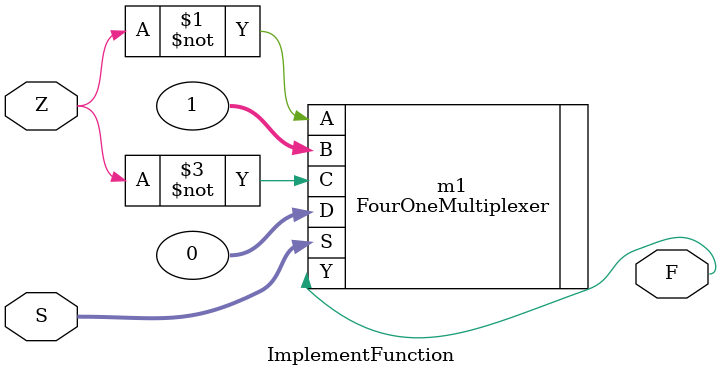
<source format=v>
`timescale 1ns / 1ps


module ImplementFunction(
    //Implemented function by converting it to a truth table and then grouping into pairs and determining what to
    //input into multiplexer based on those pairs (was going to be Z, ~Z, 0, or 1)
    //Selection bits are technically X and Y
    input [1:0]S,
    input Z,
    output F
    );
    //In the parenthesis is from the current file
    //Next to the period is from the referenced file
    //This is why I couldn't use buses, I need each input to be individual so I can pass in 1 and 0 separately
    FourOneMultiplexer m1(.A(~Z),.B(1),.C(~Z),.D(0),.S(S),.Y(F));
endmodule

</source>
